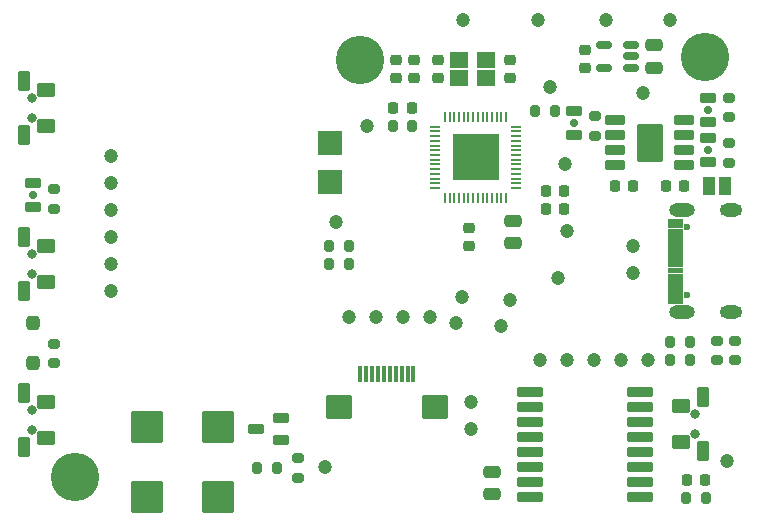
<source format=gbr>
%TF.GenerationSoftware,KiCad,Pcbnew,7.0.9*%
%TF.CreationDate,2024-01-15T23:30:26+02:00*%
%TF.ProjectId,DRM_Watch_V3,44524d5f-5761-4746-9368-5f56332e6b69,rev?*%
%TF.SameCoordinates,Original*%
%TF.FileFunction,Soldermask,Top*%
%TF.FilePolarity,Negative*%
%FSLAX46Y46*%
G04 Gerber Fmt 4.6, Leading zero omitted, Abs format (unit mm)*
G04 Created by KiCad (PCBNEW 7.0.9) date 2024-01-15 23:30:26*
%MOMM*%
%LPD*%
G01*
G04 APERTURE LIST*
G04 Aperture macros list*
%AMRoundRect*
0 Rectangle with rounded corners*
0 $1 Rounding radius*
0 $2 $3 $4 $5 $6 $7 $8 $9 X,Y pos of 4 corners*
0 Add a 4 corners polygon primitive as box body*
4,1,4,$2,$3,$4,$5,$6,$7,$8,$9,$2,$3,0*
0 Add four circle primitives for the rounded corners*
1,1,$1+$1,$2,$3*
1,1,$1+$1,$4,$5*
1,1,$1+$1,$6,$7*
1,1,$1+$1,$8,$9*
0 Add four rect primitives between the rounded corners*
20,1,$1+$1,$2,$3,$4,$5,0*
20,1,$1+$1,$4,$5,$6,$7,0*
20,1,$1+$1,$6,$7,$8,$9,0*
20,1,$1+$1,$8,$9,$2,$3,0*%
G04 Aperture macros list end*
%ADD10C,0.010000*%
%ADD11C,1.200000*%
%ADD12RoundRect,0.200000X0.275000X-0.200000X0.275000X0.200000X-0.275000X0.200000X-0.275000X-0.200000X0*%
%ADD13RoundRect,0.350000X0.250000X-0.250000X0.250000X0.250000X-0.250000X0.250000X-0.250000X-0.250000X0*%
%ADD14RoundRect,0.102000X-1.250000X-1.250000X1.250000X-1.250000X1.250000X1.250000X-1.250000X1.250000X0*%
%ADD15RoundRect,0.200000X-0.200000X-0.275000X0.200000X-0.275000X0.200000X0.275000X-0.200000X0.275000X0*%
%ADD16C,4.100000*%
%ADD17RoundRect,0.225000X0.250000X-0.225000X0.250000X0.225000X-0.250000X0.225000X-0.250000X-0.225000X0*%
%ADD18RoundRect,0.225000X-0.250000X0.225000X-0.250000X-0.225000X0.250000X-0.225000X0.250000X0.225000X0*%
%ADD19C,0.700000*%
%ADD20RoundRect,0.200000X0.500000X-0.200000X0.500000X0.200000X-0.500000X0.200000X-0.500000X-0.200000X0*%
%ADD21RoundRect,0.102000X-0.635000X0.450000X-0.635000X-0.450000X0.635000X-0.450000X0.635000X0.450000X0*%
%ADD22RoundRect,0.102000X-0.400000X0.725000X-0.400000X-0.725000X0.400000X-0.725000X0.400000X0.725000X0*%
%ADD23C,0.800000*%
%ADD24RoundRect,0.250000X0.475000X-0.250000X0.475000X0.250000X-0.475000X0.250000X-0.475000X-0.250000X0*%
%ADD25RoundRect,0.144000X0.573000X0.258000X-0.573000X0.258000X-0.573000X-0.258000X0.573000X-0.258000X0*%
%ADD26RoundRect,0.050000X1.000000X-1.000000X1.000000X1.000000X-1.000000X1.000000X-1.000000X-1.000000X0*%
%ADD27RoundRect,0.102000X-0.750000X0.330200X-0.750000X-0.330200X0.750000X-0.330200X0.750000X0.330200X0*%
%ADD28RoundRect,0.102000X-1.000000X1.500000X-1.000000X-1.500000X1.000000X-1.500000X1.000000X1.500000X0*%
%ADD29RoundRect,0.225000X0.225000X0.250000X-0.225000X0.250000X-0.225000X-0.250000X0.225000X-0.250000X0*%
%ADD30RoundRect,0.050000X-0.150000X-0.650000X0.150000X-0.650000X0.150000X0.650000X-0.150000X0.650000X0*%
%ADD31RoundRect,0.102000X-1.000000X-0.900000X1.000000X-0.900000X1.000000X0.900000X-1.000000X0.900000X0*%
%ADD32RoundRect,0.225000X-0.225000X-0.250000X0.225000X-0.250000X0.225000X0.250000X-0.225000X0.250000X0*%
%ADD33RoundRect,0.200000X-0.275000X0.200000X-0.275000X-0.200000X0.275000X-0.200000X0.275000X0.200000X0*%
%ADD34R,1.000000X1.500000*%
%ADD35RoundRect,0.143300X-0.983700X-0.253700X0.983700X-0.253700X0.983700X0.253700X-0.983700X0.253700X0*%
%ADD36RoundRect,0.200000X0.200000X0.275000X-0.200000X0.275000X-0.200000X-0.275000X0.200000X-0.275000X0*%
%ADD37RoundRect,0.250000X-0.475000X0.250000X-0.475000X-0.250000X0.475000X-0.250000X0.475000X0.250000X0*%
%ADD38RoundRect,0.200000X-0.500000X0.200000X-0.500000X-0.200000X0.500000X-0.200000X0.500000X0.200000X0*%
%ADD39RoundRect,0.150000X0.512500X0.150000X-0.512500X0.150000X-0.512500X-0.150000X0.512500X-0.150000X0*%
%ADD40RoundRect,0.102000X0.635000X-0.450000X0.635000X0.450000X-0.635000X0.450000X-0.635000X-0.450000X0*%
%ADD41RoundRect,0.102000X0.400000X-0.725000X0.400000X0.725000X-0.400000X0.725000X-0.400000X-0.725000X0*%
%ADD42C,0.600000*%
%ADD43O,2.204000X1.104000*%
%ADD44O,1.904000X1.104000*%
%ADD45RoundRect,0.010000X0.750000X-0.600000X0.750000X0.600000X-0.750000X0.600000X-0.750000X-0.600000X0*%
%ADD46RoundRect,0.050000X-0.350000X-0.050000X0.350000X-0.050000X0.350000X0.050000X-0.350000X0.050000X0*%
%ADD47RoundRect,0.050000X-0.050000X-0.350000X0.050000X-0.350000X0.050000X0.350000X-0.050000X0.350000X0*%
%ADD48R,4.000000X4.000000*%
G04 APERTURE END LIST*
%TO.C,J1*%
D10*
X122540000Y-68581000D02*
X121300000Y-68581000D01*
X121300000Y-67881000D01*
X122540000Y-67881000D01*
X122540000Y-68581000D01*
G36*
X122540000Y-68581000D02*
G01*
X121300000Y-68581000D01*
X121300000Y-67881000D01*
X122540000Y-67881000D01*
X122540000Y-68581000D01*
G37*
X122540000Y-67781000D02*
X121300000Y-67781000D01*
X121300000Y-67081000D01*
X122540000Y-67081000D01*
X122540000Y-67781000D01*
G36*
X122540000Y-67781000D02*
G01*
X121300000Y-67781000D01*
X121300000Y-67081000D01*
X122540000Y-67081000D01*
X122540000Y-67781000D01*
G37*
X122540000Y-66981000D02*
X121300000Y-66981000D01*
X121300000Y-66581000D01*
X122540000Y-66581000D01*
X122540000Y-66981000D01*
G36*
X122540000Y-66981000D02*
G01*
X121300000Y-66981000D01*
X121300000Y-66581000D01*
X122540000Y-66581000D01*
X122540000Y-66981000D01*
G37*
X122540000Y-66481000D02*
X121300000Y-66481000D01*
X121300000Y-66081000D01*
X122540000Y-66081000D01*
X122540000Y-66481000D01*
G36*
X122540000Y-66481000D02*
G01*
X121300000Y-66481000D01*
X121300000Y-66081000D01*
X122540000Y-66081000D01*
X122540000Y-66481000D01*
G37*
X122540000Y-65981000D02*
X121300000Y-65981000D01*
X121300000Y-65581000D01*
X122540000Y-65581000D01*
X122540000Y-65981000D01*
G36*
X122540000Y-65981000D02*
G01*
X121300000Y-65981000D01*
X121300000Y-65581000D01*
X122540000Y-65581000D01*
X122540000Y-65981000D01*
G37*
X122540000Y-65481000D02*
X121300000Y-65481000D01*
X121300000Y-65081000D01*
X122540000Y-65081000D01*
X122540000Y-65481000D01*
G36*
X122540000Y-65481000D02*
G01*
X121300000Y-65481000D01*
X121300000Y-65081000D01*
X122540000Y-65081000D01*
X122540000Y-65481000D01*
G37*
X122540000Y-64981000D02*
X121300000Y-64981000D01*
X121300000Y-64581000D01*
X122540000Y-64581000D01*
X122540000Y-64981000D01*
G36*
X122540000Y-64981000D02*
G01*
X121300000Y-64981000D01*
X121300000Y-64581000D01*
X122540000Y-64581000D01*
X122540000Y-64981000D01*
G37*
X122540000Y-64481000D02*
X121300000Y-64481000D01*
X121300000Y-64081000D01*
X122540000Y-64081000D01*
X122540000Y-64481000D01*
G36*
X122540000Y-64481000D02*
G01*
X121300000Y-64481000D01*
X121300000Y-64081000D01*
X122540000Y-64081000D01*
X122540000Y-64481000D01*
G37*
X122540000Y-63981000D02*
X121300000Y-63981000D01*
X121300000Y-63581000D01*
X122540000Y-63581000D01*
X122540000Y-63981000D01*
G36*
X122540000Y-63981000D02*
G01*
X121300000Y-63981000D01*
X121300000Y-63581000D01*
X122540000Y-63581000D01*
X122540000Y-63981000D01*
G37*
X122540000Y-63481000D02*
X121300000Y-63481000D01*
X121300000Y-63081000D01*
X122540000Y-63081000D01*
X122540000Y-63481000D01*
G36*
X122540000Y-63481000D02*
G01*
X121300000Y-63481000D01*
X121300000Y-63081000D01*
X122540000Y-63081000D01*
X122540000Y-63481000D01*
G37*
X122540000Y-62981000D02*
X121300000Y-62981000D01*
X121300000Y-62281000D01*
X122540000Y-62281000D01*
X122540000Y-62981000D01*
G36*
X122540000Y-62981000D02*
G01*
X121300000Y-62981000D01*
X121300000Y-62281000D01*
X122540000Y-62281000D01*
X122540000Y-62981000D01*
G37*
X122540000Y-62181000D02*
X121300000Y-62181000D01*
X121300000Y-61481000D01*
X122540000Y-61481000D01*
X122540000Y-62181000D01*
G36*
X122540000Y-62181000D02*
G01*
X121300000Y-62181000D01*
X121300000Y-61481000D01*
X122540000Y-61481000D01*
X122540000Y-62181000D01*
G37*
%TD*%
D11*
%TO.C,TP15*%
X98933000Y-69723000D03*
%TD*%
D12*
%TO.C,R3*%
X125476000Y-73406000D03*
X125476000Y-71756000D03*
%TD*%
D13*
%TO.C,D2*%
X67564000Y-70260000D03*
X67564000Y-73660000D03*
%TD*%
D14*
%TO.C,LS1*%
X77264000Y-85042000D03*
X77264000Y-79042000D03*
X83264000Y-79042000D03*
X83264000Y-85042000D03*
%TD*%
D15*
%TO.C,R14*%
X121540000Y-73406000D03*
X123190000Y-73406000D03*
%TD*%
D12*
%TO.C,R6*%
X69342000Y-73660000D03*
X69342000Y-72010000D03*
%TD*%
D11*
%TO.C,TP28*%
X112014000Y-66421000D03*
%TD*%
D16*
%TO.C,M2*%
X124460000Y-47752000D03*
%TD*%
D11*
%TO.C,TP9*%
X121539000Y-44577000D03*
%TD*%
D17*
%TO.C,C5*%
X99822000Y-49530000D03*
X99822000Y-47980000D03*
%TD*%
D11*
%TO.C,TP24*%
X118364000Y-63754000D03*
%TD*%
%TO.C,TP36*%
X112649000Y-56769000D03*
%TD*%
D18*
%TO.C,C15*%
X98298000Y-47980000D03*
X98298000Y-49530000D03*
%TD*%
D12*
%TO.C,R9*%
X115189000Y-54419000D03*
X115189000Y-52769000D03*
%TD*%
D19*
%TO.C,D3*%
X124714000Y-55626000D03*
D20*
X124714000Y-56642000D03*
X124714000Y-54610000D03*
%TD*%
D11*
%TO.C,TP5*%
X74168000Y-67564000D03*
%TD*%
D21*
%TO.C,S2*%
X68703000Y-63754000D03*
X68703000Y-66802000D03*
D22*
X66818000Y-62992000D03*
D23*
X67518000Y-64428000D03*
X67518000Y-66128000D03*
D22*
X66818000Y-67564000D03*
%TD*%
D24*
%TO.C,C9*%
X120147500Y-48636000D03*
X120147500Y-46736000D03*
%TD*%
D25*
%TO.C,Q1*%
X88569000Y-80198000D03*
X88569000Y-78298000D03*
X86449000Y-79248000D03*
%TD*%
D26*
%TO.C,BT1*%
X92710000Y-54991000D03*
X92710000Y-58293000D03*
%TD*%
D17*
%TO.C,C6*%
X114305500Y-48715000D03*
X114305500Y-47165000D03*
%TD*%
D18*
%TO.C,C4*%
X104521000Y-62217000D03*
X104521000Y-63767000D03*
%TD*%
D27*
%TO.C,U3*%
X116884788Y-53093890D03*
X116884788Y-54363890D03*
X116884788Y-55633890D03*
X116884788Y-56903890D03*
X122682000Y-56896000D03*
X122682000Y-55626000D03*
X122682000Y-54356000D03*
X122682000Y-53086000D03*
D28*
X119790234Y-54988485D03*
%TD*%
D11*
%TO.C,TP16*%
X101219000Y-69723000D03*
%TD*%
%TO.C,TP20*%
X74168000Y-65278000D03*
%TD*%
%TO.C,TP12*%
X117348000Y-73406000D03*
%TD*%
D21*
%TO.C,S1*%
X68703000Y-50546000D03*
X68703000Y-53594000D03*
D22*
X66818000Y-49784000D03*
D23*
X67518000Y-51220000D03*
X67518000Y-52920000D03*
D22*
X66818000Y-54356000D03*
%TD*%
D29*
%TO.C,C12*%
X118377000Y-58674000D03*
X116827000Y-58674000D03*
%TD*%
D30*
%TO.C,J2*%
X95286000Y-74595000D03*
X95786000Y-74595000D03*
X96286000Y-74595000D03*
X96786000Y-74595000D03*
X97286000Y-74595000D03*
X97786000Y-74595000D03*
X98286000Y-74595000D03*
X98786000Y-74595000D03*
X99286000Y-74595000D03*
X99786000Y-74595000D03*
D31*
X93486000Y-77345000D03*
X101586000Y-77345000D03*
%TD*%
D11*
%TO.C,TP11*%
X93218000Y-61722000D03*
%TD*%
D32*
%TO.C,C7*%
X110985000Y-59055000D03*
X112535000Y-59055000D03*
%TD*%
D11*
%TO.C,TP30*%
X112776000Y-73406000D03*
%TD*%
D32*
%TO.C,C14*%
X122923000Y-83566000D03*
X124473000Y-83566000D03*
%TD*%
D18*
%TO.C,C3*%
X107950000Y-47980000D03*
X107950000Y-49530000D03*
%TD*%
D33*
%TO.C,R7*%
X126492000Y-55055000D03*
X126492000Y-56705000D03*
%TD*%
D21*
%TO.C,S4*%
X68703000Y-76962000D03*
X68703000Y-80010000D03*
D22*
X66818000Y-76200000D03*
D23*
X67518000Y-77636000D03*
X67518000Y-79336000D03*
D22*
X66818000Y-80772000D03*
%TD*%
D11*
%TO.C,TP37*%
X103378000Y-70231000D03*
%TD*%
%TO.C,TP14*%
X96647000Y-69723000D03*
%TD*%
D34*
%TO.C,JP1*%
X126126000Y-58674000D03*
X124826000Y-58674000D03*
%TD*%
D29*
%TO.C,C13*%
X99644000Y-52070000D03*
X98094000Y-52070000D03*
%TD*%
D35*
%TO.C,U4*%
X109645000Y-76073000D03*
X109645000Y-77343000D03*
X109645000Y-78613000D03*
X109645000Y-79883000D03*
X109645000Y-81153000D03*
X109645000Y-82423000D03*
X109645000Y-83693000D03*
X109645000Y-84963000D03*
X118955000Y-84963000D03*
X118955000Y-83693000D03*
X118955000Y-82423000D03*
X118955000Y-81153000D03*
X118955000Y-79883000D03*
X118955000Y-78613000D03*
X118955000Y-77343000D03*
X118955000Y-76073000D03*
%TD*%
D11*
%TO.C,TP34*%
X112776000Y-62484000D03*
%TD*%
%TO.C,TP1*%
X110363000Y-44577000D03*
%TD*%
D36*
%TO.C,R10*%
X111760000Y-52324000D03*
X110110000Y-52324000D03*
%TD*%
D37*
%TO.C,C10*%
X106426000Y-82870000D03*
X106426000Y-84770000D03*
%TD*%
D11*
%TO.C,TP7*%
X119634000Y-73406000D03*
%TD*%
D19*
%TO.C,D1*%
X67564000Y-59436000D03*
D38*
X67564000Y-58420000D03*
X67564000Y-60452000D03*
%TD*%
D29*
%TO.C,C11*%
X122695000Y-58674000D03*
X121145000Y-58674000D03*
%TD*%
D11*
%TO.C,TP31*%
X103886000Y-68072000D03*
%TD*%
D18*
%TO.C,C2*%
X101854000Y-47980000D03*
X101854000Y-49530000D03*
%TD*%
D12*
%TO.C,R5*%
X69342000Y-60578000D03*
X69342000Y-58928000D03*
%TD*%
D11*
%TO.C,TP4*%
X74168000Y-62992000D03*
%TD*%
%TO.C,TP19*%
X74168000Y-60706000D03*
%TD*%
%TO.C,TP29*%
X115062000Y-73406000D03*
%TD*%
%TO.C,TP6*%
X110490000Y-73406000D03*
%TD*%
D12*
%TO.C,R8*%
X126492000Y-52832000D03*
X126492000Y-51182000D03*
%TD*%
D11*
%TO.C,TP2*%
X116078000Y-44577000D03*
%TD*%
D15*
%TO.C,R4*%
X86551000Y-82550000D03*
X88201000Y-82550000D03*
%TD*%
D39*
%TO.C,U2*%
X118237000Y-48636000D03*
X118237000Y-47686000D03*
X118237000Y-46736000D03*
X115962000Y-46736000D03*
X115962000Y-48636000D03*
%TD*%
D11*
%TO.C,TP27*%
X95834000Y-53594000D03*
%TD*%
%TO.C,TP32*%
X107188000Y-70485000D03*
%TD*%
%TO.C,TP13*%
X94361000Y-69723000D03*
%TD*%
%TO.C,TP22*%
X92329000Y-82423000D03*
%TD*%
%TO.C,TP25*%
X118364000Y-66040000D03*
%TD*%
D16*
%TO.C,M3*%
X95250000Y-48006000D03*
%TD*%
D33*
%TO.C,R2*%
X127000000Y-71756000D03*
X127000000Y-73406000D03*
%TD*%
D40*
%TO.C,S3*%
X122452000Y-80352000D03*
X122452000Y-77304000D03*
D41*
X124337000Y-81114000D03*
D23*
X123637000Y-79678000D03*
X123637000Y-77978000D03*
D41*
X124337000Y-76542000D03*
%TD*%
D11*
%TO.C,TP23*%
X119253000Y-50800000D03*
%TD*%
D15*
%TO.C,R11*%
X92647000Y-65278000D03*
X94297000Y-65278000D03*
%TD*%
D11*
%TO.C,TP33*%
X107950000Y-68326000D03*
%TD*%
D15*
%TO.C,R15*%
X98044000Y-53594000D03*
X99694000Y-53594000D03*
%TD*%
D11*
%TO.C,TP8*%
X74168000Y-56134000D03*
%TD*%
%TO.C,TP17*%
X104648000Y-79248000D03*
%TD*%
D16*
%TO.C,M1*%
X71120000Y-83312000D03*
%TD*%
D42*
%TO.C,J1*%
X122990000Y-67921000D03*
X122990000Y-62141000D03*
D43*
X122500000Y-69356000D03*
X122500000Y-60706000D03*
D44*
X126670000Y-69356000D03*
X126670000Y-60706000D03*
%TD*%
D15*
%TO.C,R16*%
X122873000Y-85090000D03*
X124523000Y-85090000D03*
%TD*%
D36*
%TO.C,R13*%
X123190000Y-71882000D03*
X121540000Y-71882000D03*
%TD*%
D11*
%TO.C,TP3*%
X74168000Y-58420000D03*
%TD*%
%TO.C,TP18*%
X104648000Y-76962000D03*
%TD*%
%TO.C,TP21*%
X111379000Y-50292000D03*
%TD*%
D45*
%TO.C,Y1*%
X103632000Y-49530000D03*
X105918000Y-49530000D03*
X105918000Y-48006000D03*
X103632000Y-48006000D03*
%TD*%
D36*
%TO.C,R12*%
X94297000Y-63754000D03*
X92647000Y-63754000D03*
%TD*%
D19*
%TO.C,D5*%
X113411000Y-53340000D03*
D38*
X113411000Y-52324000D03*
X113411000Y-54356000D03*
%TD*%
D11*
%TO.C,TP35*%
X104013000Y-44577000D03*
%TD*%
%TO.C,TP10*%
X126365000Y-81915000D03*
%TD*%
D32*
%TO.C,C8*%
X110985000Y-60579000D03*
X112535000Y-60579000D03*
%TD*%
D19*
%TO.C,D4*%
X124714000Y-52261000D03*
D38*
X124714000Y-51245000D03*
X124714000Y-53277000D03*
%TD*%
D33*
%TO.C,R1*%
X90043000Y-81725000D03*
X90043000Y-83375000D03*
%TD*%
D46*
%TO.C,U1*%
X101593000Y-53647000D03*
X101593000Y-54047000D03*
X101593000Y-54447000D03*
X101593000Y-54847000D03*
X101593000Y-55247000D03*
X101593000Y-55647000D03*
X101593000Y-56047000D03*
X101593000Y-56447000D03*
X101593000Y-56847000D03*
X101593000Y-57247000D03*
X101593000Y-57647000D03*
X101593000Y-58047000D03*
X101593000Y-58447000D03*
X101593000Y-58847000D03*
D47*
X102443000Y-59697000D03*
X102843000Y-59697000D03*
X103243000Y-59697000D03*
X103643000Y-59697000D03*
X104043000Y-59697000D03*
X104443000Y-59697000D03*
X104843000Y-59697000D03*
X105243000Y-59697000D03*
X105643000Y-59697000D03*
X106043000Y-59697000D03*
X106443000Y-59697000D03*
X106843000Y-59697000D03*
X107243000Y-59697000D03*
X107643000Y-59697000D03*
D46*
X108493000Y-58847000D03*
X108493000Y-58447000D03*
X108493000Y-58047000D03*
X108493000Y-57647000D03*
X108493000Y-57247000D03*
X108493000Y-56847000D03*
X108493000Y-56447000D03*
X108493000Y-56047000D03*
X108493000Y-55647000D03*
X108493000Y-55247000D03*
X108493000Y-54847000D03*
X108493000Y-54447000D03*
X108493000Y-54047000D03*
X108493000Y-53647000D03*
D47*
X107643000Y-52797000D03*
X107243000Y-52797000D03*
X106843000Y-52797000D03*
X106443000Y-52797000D03*
X106043000Y-52797000D03*
X105643000Y-52797000D03*
X105243000Y-52797000D03*
X104843000Y-52797000D03*
X104443000Y-52797000D03*
X104043000Y-52797000D03*
X103643000Y-52797000D03*
X103243000Y-52797000D03*
X102843000Y-52797000D03*
X102443000Y-52797000D03*
D48*
X105043000Y-56247000D03*
%TD*%
D24*
%TO.C,C1*%
X108204000Y-63495000D03*
X108204000Y-61595000D03*
%TD*%
M02*

</source>
